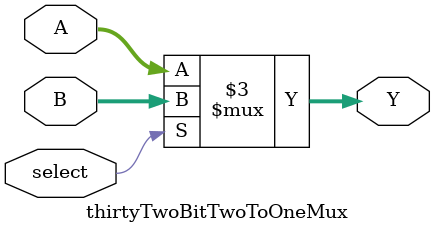
<source format=v>



module thirtyTwoBitTwoToOneMux(
                  input [31:0] A,
                  input [31:0] B,
                  input select,
                  output reg [31:0] Y);

    always @(select, A, B)
    begin
        Y = (select == 1'b0) ? A : B;
    end 
endmodule

</source>
